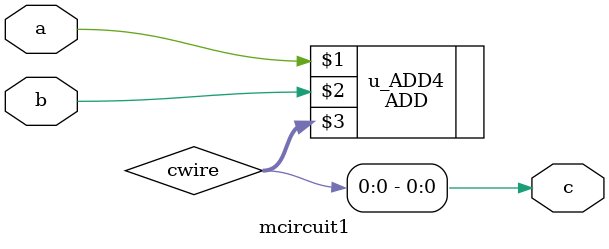
<source format=v>

module mcircuit1(

	 input a,
	 input b,

	 output c
);

	 wire [7:0] cwire;
	 ADD #(0) u_ADD4 (a,b,cwire);
	 assign c = cwire;


endmodule

// *********************************************************************************
// *                            END OF GENERATED FILE                              *
// *********************************************************************************

</source>
